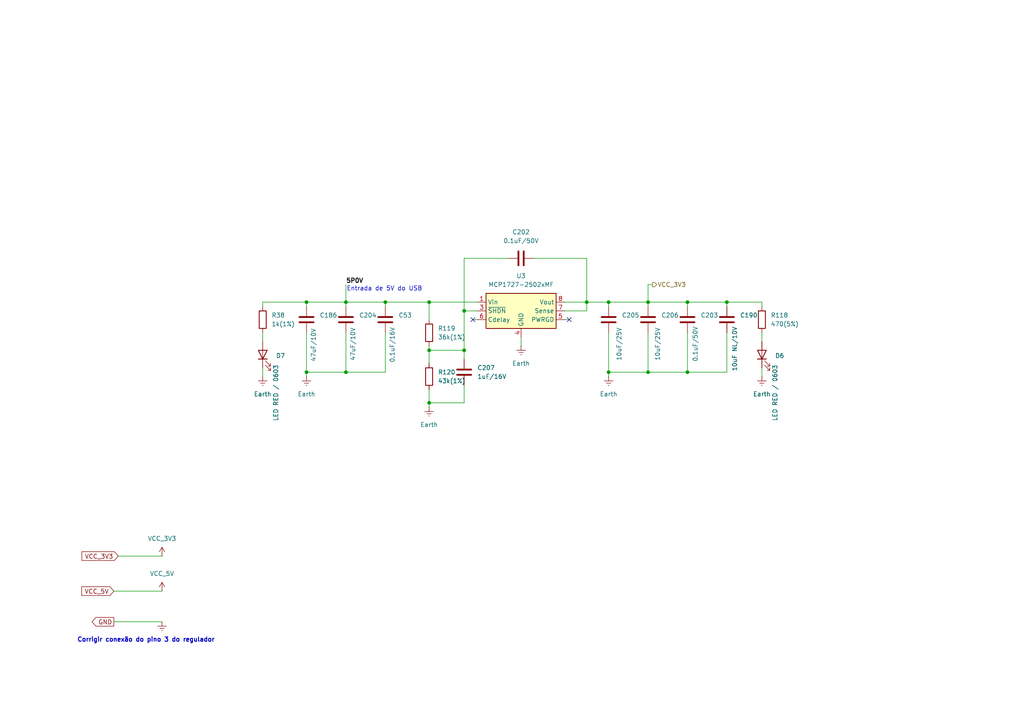
<source format=kicad_sch>
(kicad_sch (version 20231120) (generator "eeschema") (generator_version "8.0")
  (paper "A4")
  (title_block (title "FPGA - SmartFusion2") (company "IFSP - SBV, IFSP - GRU") (comment 2 "WILLIAN BUENO SANTOS") (comment 3 "ISRAEL RODRIGUES") (comment 4 "ADRIANO CÉSAR DE SOUSA PEREIRA"))
  (lib_symbols
    (symbol "Device:C" (pin_numbers hide) (pin_names (offset 0.254))
      (property "Reference" "C" (at 0.635 2.54 0))
      (property "Value" "C" (at 0.635 -2.54 0))
      (symbol "C_0_1"
        (polyline (pts (xy -2.032 -0.762) (xy 2.032 -0.762)) (stroke (width 0.508)))
        (polyline (pts (xy -2.032 0.762) (xy 2.032 0.762)) (stroke (width 0.508)))
      )
      (symbol "C_1_1"
        (pin passive line (at 0 3.81 270) (length 2.794) (name "~") (number "1"))
        (pin passive line (at 0 -3.81 90) (length 2.794) (name "~") (number "2"))
      )
    )
    (symbol "Device:LED" (pin_numbers hide) (pin_names (offset 1.016) hide)
      (property "Reference" "D" (at 0 2.54 0))
      (property "Value" "LED" (at 0 -2.54 0))
      (symbol "LED_0_1"
        (polyline (pts (xy -1.27 -1.27) (xy -1.27 1.27)) (stroke (width 0.254)))
        (polyline (pts (xy -1.27 0) (xy 1.27 0)))
        (polyline (pts (xy 1.27 -1.27) (xy 1.27 1.27) (xy -1.27 0) (xy 1.27 -1.27)) (stroke (width 0.254)))
        (polyline (pts (xy -3.048 -0.762) (xy -4.572 -2.286) (xy -3.81 -2.286) (xy -4.572 -2.286) (xy -4.572 -1.524)))
        (polyline (pts (xy -1.778 -0.762) (xy -3.302 -2.286) (xy -2.54 -2.286) (xy -3.302 -2.286) (xy -3.302 -1.524)))
      )
      (symbol "LED_1_1"
        (pin passive line (at -3.81 0 0) (length 2.54) (name "K") (number "1"))
        (pin passive line (at 3.81 0 180) (length 2.54) (name "A") (number "2"))
      )
    )
    (symbol "Device:R" (pin_numbers hide) (pin_names (offset 0))
      (property "Reference" "R" (at 2.032 0 90))
      (property "Value" "R" (at 0 0 90))
      (symbol "R_0_1"
        (rectangle (start -1.016 -2.54) (end 1.016 2.54) (stroke (width 0.254)))
      )
      (symbol "R_1_1"
        (pin passive line (at 0 3.81 270) (length 1.27) (name "~") (number "1"))
        (pin passive line (at 0 -3.81 90) (length 1.27) (name "~") (number "2"))
      )
    )
    (symbol "Regulator_Linear:MCP1727-2502xMF"
      (property "Reference" "U" (at -7.62 8.89 0))
      (property "Value" "MCP1727-2502xMF" (at 11.43 8.89 0))
      (symbol "MCP1727-2502xMF_0_0"
        (pin open_collector line (at 12.7 -2.54 180) (length 2.54) (name "PWRGD") (number "5"))
        (pin input line (at -12.7 -2.54 0) (length 2.54) (name "Cdelay") (number "6"))
        (pin input line (at 12.7 0 180) (length 2.54) (name "Sense") (number "7"))
        (pin power_out line (at 12.7 2.54 180) (length 2.54) (name "Vout") (number "8"))
      )
      (symbol "MCP1727-2502xMF_0_1"
        (rectangle (start -10.16 5.08) (end 10.16 -5.08) (stroke (width 0.254)) (fill (type background)))
      )
      (symbol "MCP1727-2502xMF_1_1"
        (pin power_in line (at -12.7 2.54 0) (length 2.54) (name "Vin") (number "1"))
        (pin passive line (at -12.7 2.54 0) (length 2.54) hide (name "Vin") (number "2"))
        (pin input line (at -12.7 0 0) (length 2.54) (name "~{SHDN}") (number "3"))
        (pin power_in line (at 0 -7.62 90) (length 2.54) (name "GND") (number "4"))
        (pin passive line (at 0 -7.62 90) (length 2.54) hide (name "GND") (number "9"))
      )
    )
    (symbol "power:+3.3V" (power) (pin_numbers hide) (pin_names (offset 0) hide)
      (property "Value" "+3.3V" (at 0 3.556 0))
      (symbol "+3.3V_0_1"
        (polyline (pts (xy -0.762 1.27) (xy 0 2.54)))
        (polyline (pts (xy 0 0) (xy 0 2.54)))
        (polyline (pts (xy 0 2.54) (xy 0.762 1.27)))
      )
      (symbol "+3.3V_1_1"
        (pin power_in line (at 0 0 90) (length 0) (name "~") (number "1"))
      )
    )
    (symbol "power:Earth" (power) (pin_numbers hide) (pin_names (offset 0) hide)
      (property "Value" "Earth" (at 0 -3.81 0))
      (symbol "Earth_0_1"
        (polyline (pts (xy -0.635 -1.905) (xy 0.635 -1.905)))
        (polyline (pts (xy -0.127 -2.54) (xy 0.127 -2.54)))
        (polyline (pts (xy 0 -1.27) (xy 0 0)))
        (polyline (pts (xy 1.27 -1.27) (xy -1.27 -1.27)))
      )
      (symbol "Earth_1_1"
        (pin power_in line (at 0 0 270) (length 0) (name "~") (number "1"))
      )
    )
  )
  (junction (at 199.39 107.95))
  (junction (at 176.53 87.63))
  (junction (at 124.46 116.84))
  (junction (at 88.9 107.95))
  (junction (at 176.53 107.95))
  (junction (at 170.18 87.63))
  (junction (at 88.9 87.63))
  (junction (at 187.96 107.95))
  (junction (at 187.96 87.63))
  (junction (at 134.62 101.6))
  (junction (at 210.82 87.63))
  (junction (at 100.33 87.63))
  (junction (at 199.39 87.63))
  (junction (at 124.46 87.63))
  (junction (at 124.46 101.6))
  (junction (at 100.33 107.95))
  (junction (at 134.62 90.17))
  (junction (at 111.76 87.63))
  (no_connect (at 137.16 92.71))
  (no_connect (at 165.1 92.71))
  (wire (pts (xy 111.76 96.52) (xy 111.76 107.95)))
  (wire (pts (xy 187.96 82.55) (xy 189.23 82.55)))
  (wire (pts (xy 111.76 88.9) (xy 111.76 87.63)))
  (wire (pts (xy 147.32 74.93) (xy 134.62 74.93)))
  (wire (pts (xy 199.39 96.52) (xy 199.39 107.95)))
  (wire (pts (xy 111.76 87.63) (xy 100.33 87.63)))
  (wire (pts (xy 111.76 87.63) (xy 124.46 87.63)))
  (wire (pts (xy 210.82 96.52) (xy 210.82 107.95)))
  (wire (pts (xy 163.83 90.17) (xy 170.18 90.17)))
  (wire (pts (xy 134.62 116.84) (xy 124.46 116.84)))
  (wire (pts (xy 134.62 101.6) (xy 134.62 104.14)))
  (wire (pts (xy 134.62 90.17) (xy 134.62 101.6)))
  (wire (pts (xy 154.94 74.93) (xy 170.18 74.93)))
  (wire (pts (xy 76.2 87.63) (xy 88.9 87.63)))
  (wire (pts (xy 34.29 161.29) (xy 46.99 161.29)))
  (wire (pts (xy 170.18 87.63) (xy 163.83 87.63)))
  (wire (pts (xy 124.46 113.03) (xy 124.46 116.84)))
  (wire (pts (xy 111.76 107.95) (xy 100.33 107.95)))
  (wire (pts (xy 210.82 107.95) (xy 199.39 107.95)))
  (wire (pts (xy 176.53 88.9) (xy 176.53 87.63)))
  (wire (pts (xy 88.9 87.63) (xy 88.9 88.9)))
  (wire (pts (xy 88.9 96.52) (xy 88.9 107.95)))
  (wire (pts (xy 134.62 74.93) (xy 134.62 90.17)))
  (wire (pts (xy 124.46 87.63) (xy 124.46 92.71)))
  (wire (pts (xy 220.98 87.63) (xy 210.82 87.63)))
  (wire (pts (xy 187.96 96.52) (xy 187.96 107.95)))
  (wire (pts (xy 76.2 96.52) (xy 76.2 99.06)))
  (wire (pts (xy 76.2 88.9) (xy 76.2 87.63)))
  (wire (pts (xy 199.39 87.63) (xy 210.82 87.63)))
  (wire (pts (xy 187.96 82.55) (xy 187.96 87.63)))
  (wire (pts (xy 138.43 87.63) (xy 124.46 87.63)))
  (wire (pts (xy 33.02 180.34) (xy 46.99 180.34)))
  (wire (pts (xy 170.18 74.93) (xy 170.18 87.63)))
  (wire (pts (xy 100.33 82.55) (xy 100.33 87.63)))
  (wire (pts (xy 220.98 96.52) (xy 220.98 99.06)))
  (wire (pts (xy 33.02 171.45) (xy 46.99 171.45)))
  (wire (pts (xy 176.53 107.95) (xy 176.53 109.22)))
  (wire (pts (xy 88.9 107.95) (xy 88.9 109.22)))
  (wire (pts (xy 137.16 92.71) (xy 138.43 92.71)))
  (wire (pts (xy 220.98 88.9) (xy 220.98 87.63)))
  (wire (pts (xy 187.96 87.63) (xy 199.39 87.63)))
  (wire (pts (xy 100.33 88.9) (xy 100.33 87.63)))
  (wire (pts (xy 76.2 106.68) (xy 76.2 109.22)))
  (wire (pts (xy 100.33 96.52) (xy 100.33 107.95)))
  (wire (pts (xy 199.39 107.95) (xy 187.96 107.95)))
  (wire (pts (xy 124.46 105.41) (xy 124.46 101.6)))
  (wire (pts (xy 138.43 90.17) (xy 134.62 90.17)))
  (wire (pts (xy 187.96 88.9) (xy 187.96 87.63)))
  (wire (pts (xy 176.53 87.63) (xy 187.96 87.63)))
  (wire (pts (xy 170.18 87.63) (xy 176.53 87.63)))
  (wire (pts (xy 210.82 88.9) (xy 210.82 87.63)))
  (wire (pts (xy 199.39 88.9) (xy 199.39 87.63)))
  (wire (pts (xy 176.53 96.52) (xy 176.53 107.95)))
  (wire (pts (xy 100.33 107.95) (xy 88.9 107.95)))
  (wire (pts (xy 134.62 111.76) (xy 134.62 116.84)))
  (wire (pts (xy 151.13 97.79) (xy 151.13 100.33)))
  (wire (pts (xy 220.98 106.68) (xy 220.98 109.22)))
  (wire (pts (xy 170.18 90.17) (xy 170.18 87.63)))
  (wire (pts (xy 124.46 101.6) (xy 134.62 101.6)))
  (wire (pts (xy 124.46 116.84) (xy 124.46 118.11)))
  (wire (pts (xy 163.83 92.71) (xy 165.1 92.71)))
  (wire (pts (xy 124.46 100.33) (xy 124.46 101.6)))
  (wire (pts (xy 187.96 107.95) (xy 176.53 107.95)))
  (wire (pts (xy 100.33 87.63) (xy 88.9 87.63)))
  (text "Corrigir conexão do pino 3 do regulador" (at 22.352 185.674 0) (effects (font (size 1.27 1.27) (thickness 0.254) (bold yes)) (justify left)))
  (text "Entrada de 5V do USB" (at 111.506 83.82 0) (effects (font (size 1.27 1.27))))
  (label "5P0V" (at 100.33 82.55 0) (effects (font (bold yes))))
  (global_label "VCC_3V3" (shape input) (at 34.29 161.29 180) (property "Intersheetrefs" "${INTERSHEET_REFS}" (effects (hide yes))))
  (global_label "VCC_5V" (shape input) (at 33.02 171.45 180) (property "Intersheetrefs" "${INTERSHEET_REFS}" (effects (hide yes))))
  (global_label "GND" (shape output) (at 33.02 180.34 180) (property "Intersheetrefs" "${INTERSHEET_REFS}" (effects (hide yes))))
  (hierarchical_label "VCC_3V3" (shape output) (at 189.23 82.55 0))
  (symbol (lib_id "power:Earth") (at 220.98 109.22 0) (unit 1)
    (property "Reference" "#PWR06" (effects (hide yes)))
    (property "Value" "Earth" (at 220.98 114.3 0))
    (property "Description" "Power symbol creates a global label with name \"Earth\"" (effects (hide yes)))
  )
  (symbol (lib_id "Device:C") (at 187.96 92.71 0) (unit 1)
    (property "Reference" "C206" (at 191.77 91.4399 0) (effects (justify left)))
    (property "Value" "10uF/25V" (at 190.754 104.648 90) (effects (justify left)))
    (property "Footprint" "Capacitor_SMD:C_0805_2012Metric" (effects (hide yes)))
    (property "Description" "Unpolarized capacitor" (effects (hide yes)))
  )
  (symbol (lib_id "power:Earth") (at 76.2 109.22 0) (unit 1)
    (property "Reference" "#PWR01" (effects (hide yes)))
    (property "Value" "Earth" (at 76.2 114.3 0))
    (property "Description" "Power symbol creates a global label with name \"Earth\"" (effects (hide yes)))
  )
  (symbol (lib_id "power:Earth") (at 176.53 109.22 0) (unit 1)
    (property "Reference" "#PWR04" (effects (hide yes)))
    (property "Value" "Earth" (at 176.53 114.3 0))
    (property "Description" "Power symbol creates a global label with name \"Earth\"" (effects (hide yes)))
  )
  (symbol (lib_id "Device:C") (at 210.82 92.71 0) (unit 1)
    (property "Reference" "C190" (at 214.63 91.4399 0) (effects (justify left)))
    (property "Value" "10uF NL/10V" (at 213.106 107.696 90) (effects (justify left)))
    (property "Footprint" "Capacitor_SMD:C_0805_2012Metric" (effects (hide yes)))
    (property "Description" "Unpolarized capacitor" (effects (hide yes)))
  )
  (symbol (lib_id "Regulator_Linear:MCP1727-2502xMF") (at 151.13 90.17 0) (unit 1)
    (property "Reference" "U3" (at 151.13 80.01 0))
    (property "Value" "MCP1727-2502xMF" (at 151.13 82.55 0))
    (property "Footprint" "Package_DFN_QFN:DFN-8-1EP_3x3mm_P0.65mm_EP1.55x2.4mm" (effects (hide yes)))
    (property "Datasheet" "https://ww1.microchip.com/downloads/aemtest/APID/ProductDocuments/DataSheets/MCP1727-1.5A-Low-Voltage-Low-Quiescent-Current-LDO-Regulator-20001999D.pdf" (effects (hide yes)))
    (property "Description" "1.5A, Low Voltage, Low Quiescent Current LDO Regulator, 2.3 - 6V Input, Fixed 2.5V Output, 330mV Dropout, DFN-8" (effects (hide yes)))
  )
  (symbol (lib_id "Device:C") (at 134.62 107.95 0) (unit 1)
    (property "Reference" "C207" (at 138.43 106.6799 0) (effects (justify left)))
    (property "Value" "1uF/16V" (at 138.43 109.2199 0) (effects (justify left)))
    (property "Footprint" "Capacitor_SMD:C_0603_1608Metric" (effects (hide yes)))
    (property "Description" "Unpolarized capacitor" (effects (hide yes)))
  )
  (symbol (lib_id "Device:C") (at 151.13 74.93 90) (unit 1)
    (property "Reference" "C202" (at 151.13 67.31 90))
    (property "Value" "0.1uF/50V" (at 151.13 69.85 90))
    (property "Footprint" "Capacitor_SMD:C_0603_1608Metric" (effects (hide yes)))
    (property "Description" "Unpolarized capacitor" (effects (hide yes)))
  )
  (symbol (lib_id "Device:R") (at 76.2 92.71 0) (unit 1)
    (property "Reference" "R38" (at 78.74 91.4399 0) (effects (justify left)))
    (property "Value" "1k(1%)" (at 78.74 93.9799 0) (effects (justify left)))
    (property "Footprint" "Resistor_SMD:R_0402_1005Metric" (effects (hide yes)))
    (property "Description" "Resistor" (effects (hide yes)))
  )
  (symbol (lib_id "power:Earth") (at 88.9 109.22 0) (unit 1)
    (property "Reference" "#PWR02" (effects (hide yes)))
    (property "Value" "Earth" (at 88.9 114.3 0))
    (property "Description" "Power symbol creates a global label with name \"Earth\"" (effects (hide yes)))
  )
  (symbol (lib_id "Device:C") (at 88.9 92.71 0) (unit 1)
    (property "Reference" "C186" (at 92.71 91.4399 0) (effects (justify left)))
    (property "Value" "47uF/10V" (at 90.932 104.902 90) (effects (justify left)))
    (property "Footprint" "Capacitor_SMD:C_0805_2012Metric" (effects (hide yes)))
    (property "Description" "Unpolarized capacitor" (effects (hide yes)))
  )
  (symbol (lib_id "power:+3.3V") (at 46.99 161.29 0) (unit 1)
    (property "Reference" "#PWR024" (effects (hide yes)))
    (property "Value" "VCC_3V3" (at 46.99 156.21 0))
    (property "Description" "Power symbol creates a global label with name \"+3.3V\"" (effects (hide yes)))
  )
  (symbol (lib_id "Device:R") (at 124.46 96.52 0) (unit 1)
    (property "Reference" "R119" (at 127 95.2499 0) (effects (justify left)))
    (property "Value" "36k(1%)" (at 127 97.7899 0) (effects (justify left)))
    (property "Footprint" "Resistor_SMD:R_0603_1608Metric" (effects (hide yes)))
    (property "Description" "Resistor" (effects (hide yes)))
  )
  (symbol (lib_id "Device:C") (at 111.76 92.71 0) (unit 1)
    (property "Reference" "C53" (at 115.57 91.4399 0) (effects (justify left)))
    (property "Value" "0.1uF/16V" (at 113.792 105.156 90) (effects (justify left)))
    (property "Footprint" "Capacitor_SMD:C_0402_1005Metric" (effects (hide yes)))
    (property "Description" "Unpolarized capacitor" (effects (hide yes)))
  )
  (symbol (lib_id "Device:C") (at 199.39 92.71 0) (unit 1)
    (property "Reference" "C203" (at 203.2 91.4399 0) (effects (justify left)))
    (property "Value" "0.1uF/50V" (at 201.676 104.902 90) (effects (justify left)))
    (property "Footprint" "Capacitor_SMD:C_0603_1608Metric" (effects (hide yes)))
    (property "Description" "Unpolarized capacitor" (effects (hide yes)))
  )
  (symbol (lib_id "Device:LED") (at 76.2 102.87 90) (unit 1)
    (property "Reference" "D7" (at 80.01 103.1874 90) (effects (justify right)))
    (property "Value" "LED RED / 0603" (at 80.01 105.7274 0) (effects (justify right)))
    (property "Footprint" "LED_SMD:LED_0603_1608Metric" (effects (hide yes)))
    (property "Datasheet" "https://look.ams-osram.com/m/1a7835c3b65b6351/original/LS-Q976-01.pdf" (effects (hide yes)))
    (property "Description" "Light emitting diode" (effects (hide yes)))
  )
  (symbol (lib_id "power:Earth") (at 124.46 118.11 0) (unit 1)
    (property "Reference" "#PWR05" (effects (hide yes)))
    (property "Value" "Earth" (at 124.46 123.19 0))
    (property "Description" "Power symbol creates a global label with name \"Earth\"" (effects (hide yes)))
  )
  (symbol (lib_id "power:Earth") (at 46.99 180.34 0) (unit 1)
    (property "Reference" "#PWR026" (effects (hide yes)))
    (property "Value" "Earth" (effects (hide yes)))
  )
  (symbol (lib_id "Device:C") (at 176.53 92.71 0) (unit 1)
    (property "Reference" "C205" (at 180.34 91.4399 0) (effects (justify left)))
    (property "Value" "10uF/25V" (at 179.578 104.648 90) (effects (justify left)))
    (property "Footprint" "Capacitor_SMD:C_0805_2012Metric" (effects (hide yes)))
    (property "Description" "Unpolarized capacitor" (effects (hide yes)))
  )
  (symbol (lib_id "Device:R") (at 220.98 92.71 0) (unit 1)
    (property "Reference" "R118" (at 223.52 91.4399 0) (effects (justify left)))
    (property "Value" "470(5%)		" (at 223.52 93.9799 0) (effects (justify left)))
    (property "Footprint" "Resistor_SMD:R_0402_1005Metric" (effects (hide yes)))
    (property "Description" "Resistor" (effects (hide yes)))
    (property " " "5%" (effects (hide yes)))
  )
  (symbol (lib_id "power:Earth") (at 151.13 100.33 0) (unit 1)
    (property "Reference" "#PWR03" (effects (hide yes)))
    (property "Value" "Earth" (at 151.13 105.41 0))
    (property "Description" "Power symbol creates a global label with name \"Earth\"" (effects (hide yes)))
  )
  (symbol (lib_id "Device:LED") (at 220.98 102.87 90) (unit 1)
    (property "Reference" "D6" (at 224.79 103.1874 90) (effects (justify right)))
    (property "Value" "LED RED / 0603" (at 224.79 105.7274 0) (effects (justify right)))
    (property "Footprint" "LED_SMD:LED_0603_1608Metric" (effects (hide yes)))
    (property "Description" "Light emitting diode" (effects (hide yes)))
  )
  (symbol (lib_id "Device:R") (at 124.46 109.22 0) (unit 1)
    (property "Reference" "R120" (at 127 107.9499 0) (effects (justify left)))
    (property "Value" "43k(1%)" (at 127 110.4899 0) (effects (justify left)))
    (property "Footprint" "Resistor_SMD:R_0603_1608Metric" (effects (hide yes)))
    (property "Description" "Resistor" (effects (hide yes)))
  )
  (symbol (lib_id "Device:C") (at 100.33 92.71 0) (unit 1)
    (property "Reference" "C204" (at 104.14 91.4399 0) (effects (justify left)))
    (property "Value" "47uF/10V" (at 102.362 104.648 90) (effects (justify left)))
    (property "Footprint" "Capacitor_SMD:C_0805_2012Metric" (effects (hide yes)))
    (property "Description" "Unpolarized capacitor" (effects (hide yes)))
  )
  (symbol (lib_id "power:+3.3V") (at 46.99 171.45 0) (unit 1)
    (property "Reference" "#PWR025" (effects (hide yes)))
    (property "Value" "VCC_5V" (at 46.99 166.37 0))
    (property "Description" "Power symbol creates a global label with name \"+5V\"" (effects (hide yes)))
  )
)
</source>
